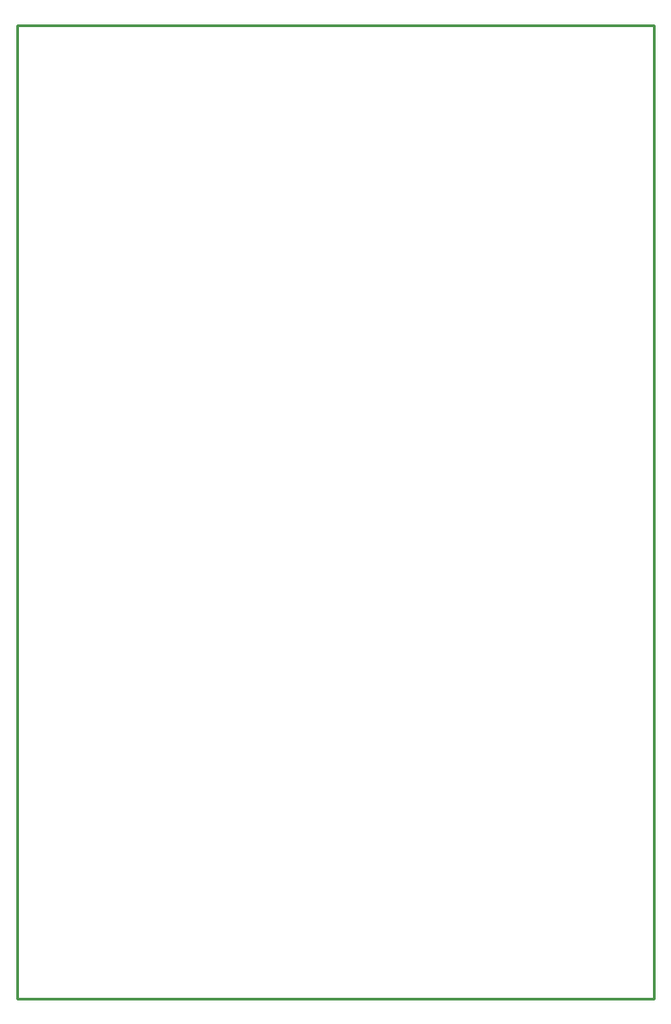
<source format=gbr>
G04 EAGLE Gerber RS-274X export*
G75*
%MOMM*%
%FSLAX34Y34*%
%LPD*%
%IN*%
%IPPOS*%
%AMOC8*
5,1,8,0,0,1.08239X$1,22.5*%
G01*
G04 Define Apertures*
%ADD10C,0.254000*%
D10*
X546100Y88900D02*
X1142800Y88900D01*
X1142800Y1000000D01*
X546100Y1000000D01*
X546100Y88900D01*
M02*

</source>
